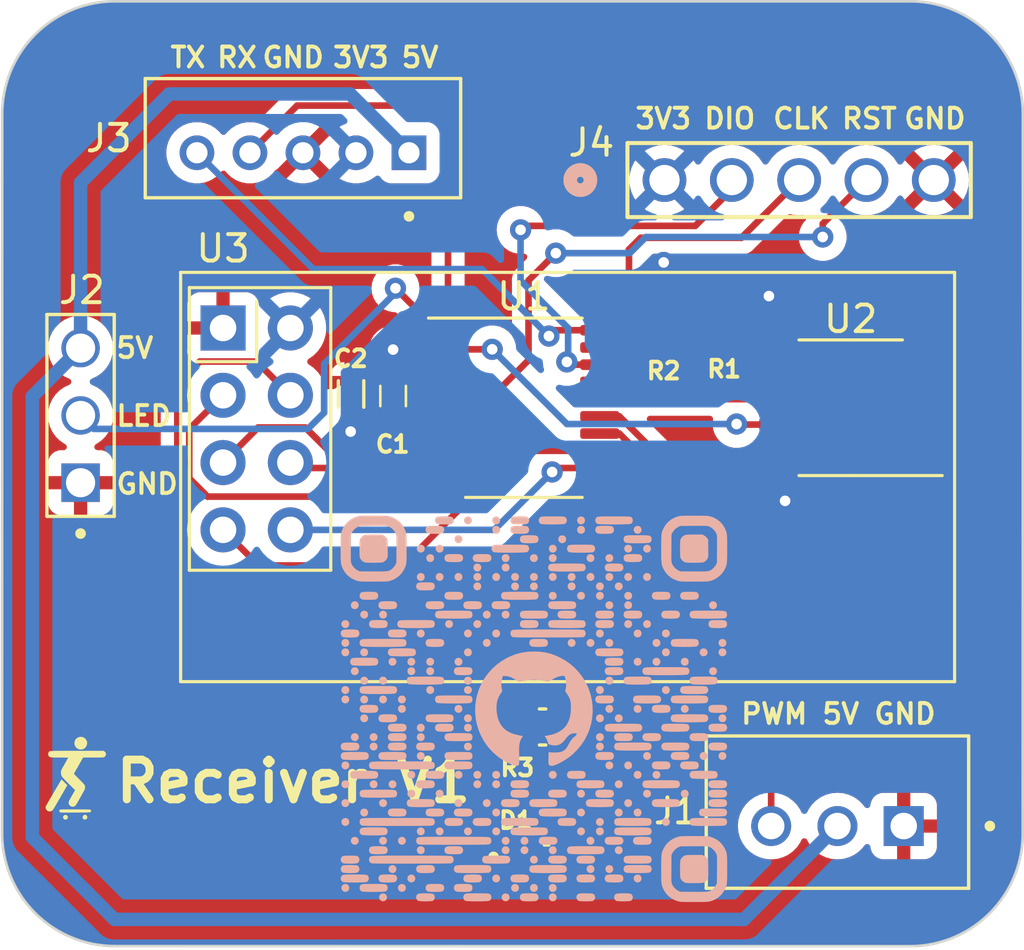
<source format=kicad_pcb>
(kicad_pcb (version 20221018) (generator pcbnew)
  (layers (0 "F.Cu" signal) (31 "B.Cu" signal) (34 "B.Paste" user) (35 "F.Paste" user) (36 "B.SilkS" user "B.Silkscreen") (37 "F.SilkS" user "F.Silkscreen") (38 "B.Mask" user) (39 "F.Mask" user) (44 "Edge.Cuts" user))
  (net 0 "")
  (net 1 "+5V")
  (net 2 "GND")
  (net 3 "/MCU/PWM_OUT")
  (net 4 "VDD")
  (net 5 "Net-(D1-PadA)")
  (net 6 "/MCU/UART1_RX")
  (net 7 "/MCU/UART1_TX")
  (net 8 "Net-(U1-PA13)")
  (net 9 "Net-(U1-PA14{slash}PA15)")
  (net 10 "Net-(U1-PF2)")
  (net 11 "/MCU/I2C_SCL")
  (net 12 "/MCU/I2C_SDA")
  (net 13 "/MCU/STATUS_LED")
  (net 14 "/MCU/WP")
  (net 16 "/MCU/SPI1_IRQ")
  (net 20 "/MCU/SK6812_OUT")
  (net 21 "/MCU/SPI1_MOSI")
  (net 22 "/MCU/SPI1_SCK")
  (net 23 "/MCU/SPI1_MISO")
  (net 24 "/MCU/SPI1_CSN")
  (net 25 "/MCU/SPI1_CE")
  (footprint "Package_SO:SOIC-8_3.9x4.9mm_P1.27mm" (layer "F.Cu") (at 177.015 128.155 180)
    (fp_text reference "U2" (at 0 3.35) (layer "F.SilkS"))
    (fp_text value "FM24CL16B")
    (pad "1" smd roundrect (at -2.475 -1.905 180) (size 1.95 0.6) (layers "F.Cu" "F.Paste" "F.Mask"))
    (pad "2" smd roundrect (at -2.475 -0.635 180) (size 1.95 0.6) (layers "F.Cu" "F.Paste" "F.Mask"))
    (pad "3" smd roundrect (at -2.475 0.635 180) (size 1.95 0.6) (layers "F.Cu" "F.Paste" "F.Mask"))
    (pad "4" smd roundrect (at -2.475 1.905 180) (size 1.95 0.6) (layers "F.Cu" "F.Paste" "F.Mask") (net 2 "GND"))
    (pad "5" smd roundrect (at 2.475 1.905 180) (size 1.95 0.6) (layers "F.Cu" "F.Paste" "F.Mask") (net 12 "/MCU/I2C_SDA"))
    (pad "6" smd roundrect (at 2.475 0.635 180) (size 1.95 0.6) (layers "F.Cu" "F.Paste" "F.Mask") (net 11 "/MCU/I2C_SCL"))
    (pad "7" smd roundrect (at 2.475 -0.635 180) (size 1.95 0.6) (layers "F.Cu" "F.Paste" "F.Mask") (net 14 "/MCU/WP"))
    (pad "8" smd roundrect (at 2.475 -1.905 180) (size 1.95 0.6) (layers "F.Cu" "F.Paste" "F.Mask") (net 4 "VDD"))
  )
  (footprint "MCU_:CONN5_0511121_WRE" (layer "F.Cu") (at 169.99 119.5602)
    (fp_text reference "J4" (at -2.76 -1.41 unlocked) (layer "F.SilkS"))
    (fp_text value "61300511121")
    (pad "1" thru_hole circle (at 0 0) (size 1.651 1.651) (drill 1.143) (layers "*.Cu" "*.Mask") (net 4 "VDD"))
    (pad "2" thru_hole circle (at 2.54 0) (size 1.651 1.651) (drill 1.143) (layers "*.Cu" "*.Mask") (net 8 "Net-(U1-PA13)"))
    (pad "3" thru_hole circle (at 5.08 0) (size 1.651 1.651) (drill 1.143) (layers "*.Cu" "*.Mask") (net 9 "Net-(U1-PA14{slash}PA15)"))
    (pad "4" thru_hole circle (at 7.62 0) (size 1.651 1.651) (drill 1.143) (layers "*.Cu" "*.Mask") (net 10 "Net-(U1-PF2)"))
    (pad "5" thru_hole circle (at 10.16 0) (size 1.651 1.651) (drill 1.143) (layers "*.Cu" "*.Mask") (net 2 "GND"))
  )
  (footprint "Package_SO:TSSOP-20_4.4x6.5mm_P0.65mm" (layer "F.Cu") (at 164.685 128.155)
    (fp_text reference "U1" (at 0 -4.2) (layer "F.SilkS"))
    (fp_text value "STM32G031F8Px")
    (pad "1" smd roundrect (at -2.8625 -2.925) (size 1.475 0.4) (layers "F.Cu" "F.Paste" "F.Mask") (net 6 "/MCU/UART1_RX"))
    (pad "2" smd roundrect (at -2.8625 -2.275) (size 1.475 0.4) (layers "F.Cu" "F.Paste" "F.Mask") (net 14 "/MCU/WP"))
    (pad "3" smd roundrect (at -2.8625 -1.625) (size 1.475 0.4) (layers "F.Cu" "F.Paste" "F.Mask") (net 20 "/MCU/SK6812_OUT"))
    (pad "4" smd roundrect (at -2.8625 -0.975) (size 1.475 0.4) (layers "F.Cu" "F.Paste" "F.Mask") (net 4 "VDD"))
    (pad "5" smd roundrect (at -2.8625 -0.325) (size 1.475 0.4) (layers "F.Cu" "F.Paste" "F.Mask") (net 2 "GND"))
    (pad "6" smd roundrect (at -2.8625 0.325) (size 1.475 0.4) (layers "F.Cu" "F.Paste" "F.Mask") (net 10 "Net-(U1-PF2)"))
    (pad "7" smd roundrect (at -2.8625 0.975) (size 1.475 0.4) (layers "F.Cu" "F.Paste" "F.Mask"))
    (pad "8" smd roundrect (at -2.8625 1.625) (size 1.475 0.4) (layers "F.Cu" "F.Paste" "F.Mask") (net 22 "/MCU/SPI1_SCK"))
    (pad "9" smd roundrect (at -2.8625 2.275) (size 1.475 0.4) (layers "F.Cu" "F.Paste" "F.Mask") (net 21 "/MCU/SPI1_MOSI"))
    (pad "10" smd roundrect (at -2.8625 2.925) (size 1.475 0.4) (layers "F.Cu" "F.Paste" "F.Mask") (net 25 "/MCU/SPI1_CE"))
    (pad "11" smd roundrect (at 2.8625 2.925) (size 1.475 0.4) (layers "F.Cu" "F.Paste" "F.Mask") (net 24 "/MCU/SPI1_CSN"))
    (pad "12" smd roundrect (at 2.8625 2.275) (size 1.475 0.4) (layers "F.Cu" "F.Paste" "F.Mask") (net 16 "/MCU/SPI1_IRQ"))
    (pad "13" smd roundrect (at 2.8625 1.625) (size 1.475 0.4) (layers "F.Cu" "F.Paste" "F.Mask") (net 23 "/MCU/SPI1_MISO"))
    (pad "14" smd roundrect (at 2.8625 0.975) (size 1.475 0.4) (layers "F.Cu" "F.Paste" "F.Mask") (net 13 "/MCU/STATUS_LED"))
    (pad "15" smd roundrect (at 2.8625 0.325) (size 1.475 0.4) (layers "F.Cu" "F.Paste" "F.Mask") (net 3 "/MCU/PWM_OUT"))
    (pad "16" smd roundrect (at 2.8625 -0.325) (size 1.475 0.4) (layers "F.Cu" "F.Paste" "F.Mask") (net 11 "/MCU/I2C_SCL"))
    (pad "17" smd roundrect (at 2.8625 -0.975) (size 1.475 0.4) (layers "F.Cu" "F.Paste" "F.Mask") (net 12 "/MCU/I2C_SDA"))
    (pad "18" smd roundrect (at 2.8625 -1.625) (size 1.475 0.4) (layers "F.Cu" "F.Paste" "F.Mask") (net 8 "Net-(U1-PA13)"))
    (pad "19" smd roundrect (at 2.8625 -2.275) (size 1.475 0.4) (layers "F.Cu" "F.Paste" "F.Mask") (net 9 "Net-(U1-PA14{slash}PA15)"))
    (pad "20" smd roundrect (at 2.8625 -2.925) (size 1.475 0.4) (layers "F.Cu" "F.Paste" "F.Mask") (net 7 "/MCU/UART1_TX"))
  )
  (footprint "MCU_:WURTH_61300311121" (layer "F.Cu") (at 147.96 128.445 90)
    (fp_text reference "J2" (at 4.73 0.05 180) (layer "F.SilkS"))
    (fp_text value "61300311121")
    (pad "01" thru_hole rect (at -2.54 0 90) (size 1.45 1.45) (drill 1.1) (layers "*.Cu" "*.Mask") (net 2 "GND"))
    (pad "02" thru_hole circle (at 0 0 90) (size 1.45 1.45) (drill 1.1) (layers "*.Cu" "*.Mask") (net 20 "/MCU/SK6812_OUT"))
    (pad "03" thru_hole circle (at 2.54 0 90) (size 1.45 1.45) (drill 1.1) (layers "*.Cu" "*.Mask") (net 1 "+5V"))
  )
  (footprint "RF_Module:nRF24L01_Breakout" (layer "F.Cu") (at 153.335 125.145)
    (fp_text reference "U3" (at 0 -3) (layer "F.SilkS"))
    (fp_text value "NRF24L01_Breakout")
    (pad "1" thru_hole rect (at 0 0) (size 1.7 1.7) (drill 1) (layers "*.Cu" "*.Mask") (net 2 "GND"))
    (pad "2" thru_hole circle (at 2.54 0) (size 1.7 1.7) (drill 1) (layers "*.Cu" "*.Mask") (net 4 "VDD"))
    (pad "3" thru_hole circle (at 0 2.54) (size 1.7 1.7) (drill 1) (layers "*.Cu" "*.Mask") (net 25 "/MCU/SPI1_CE"))
    (pad "4" thru_hole circle (at 2.54 2.54) (size 1.7 1.7) (drill 1) (layers "*.Cu" "*.Mask") (net 24 "/MCU/SPI1_CSN"))
    (pad "5" thru_hole circle (at 0 5.08) (size 1.7 1.7) (drill 1) (layers "*.Cu" "*.Mask") (net 22 "/MCU/SPI1_SCK"))
    (pad "6" thru_hole circle (at 2.54 5.08) (size 1.7 1.7) (drill 1) (layers "*.Cu" "*.Mask") (net 21 "/MCU/SPI1_MOSI"))
    (pad "7" thru_hole circle (at 0 7.62) (size 1.7 1.7) (drill 1) (layers "*.Cu" "*.Mask") (net 23 "/MCU/SPI1_MISO"))
    (pad "8" thru_hole circle (at 2.54 7.62) (size 1.7 1.7) (drill 1) (layers "*.Cu" "*.Mask") (net 16 "/MCU/SPI1_IRQ"))
  )
  (footprint "MCU_:JST_B5B-PH-K-S" (layer "F.Cu") (at 156.35 117.98)
    (fp_text reference "J3" (at -7.325 0.005) (layer "F.SilkS"))
    (fp_text value "B5B-PH-K-S")
    (pad "1" thru_hole rect (at 4 0.55) (size 1.308 1.308) (drill 0.8) (layers "*.Cu" "*.Mask") (net 1 "+5V"))
    (pad "2" thru_hole circle (at 2 0.55) (size 1.308 1.308) (drill 0.8) (layers "*.Cu" "*.Mask") (net 4 "VDD"))
    (pad "3" thru_hole circle (at 0 0.55) (size 1.308 1.308) (drill 0.8) (layers "*.Cu" "*.Mask") (net 2 "GND"))
    (pad "4" thru_hole circle (at -2 0.55) (size 1.308 1.308) (drill 0.8) (layers "*.Cu" "*.Mask") (net 6 "/MCU/UART1_RX"))
    (pad "5" thru_hole circle (at -4 0.55) (size 1.308 1.308) (drill 0.8) (layers "*.Cu" "*.Mask") (net 7 "/MCU/UART1_TX"))
  )
  (footprint "MCU_:LEDC1608X35N" (layer "F.Cu") (at 165.54 145.11)
    (fp_text reference "D1" (at -1.15268 -1.373661) (layer "F.SilkS") (effects (font (size 0.635 0.635))))
    (fp_text value "LTST-C190GKT")
    (pad "A" smd rect (at 0.81 0) (size 0.81 0.93) (layers "F.Cu" "F.Paste" "F.Mask") (net 5 "Net-(D1-PadA)"))
    (pad "C" smd rect (at -0.81 0) (size 0.81 0.93) (layers "F.Cu" "F.Paste" "F.Mask") (net 2 "GND"))
  )
  (footprint "MCU_:RESC1508X55N" (layer "F.Cu") (at 169.93 124.735 -90)
    (fp_text reference "R2" (at 2.03 -0.03 -180) (layer "F.SilkS") (effects (font (size 0.635 0.635))))
    (fp_text value "4.7k")
    (pad "1" smd rect (at -0.76 0 270) (size 0.9 0.97) (layers "F.Cu" "F.Paste" "F.Mask") (net 4 "VDD"))
    (pad "2" smd rect (at 0.76 0 270) (size 0.9 0.97) (layers "F.Cu" "F.Paste" "F.Mask") (net 12 "/MCU/I2C_SDA"))
  )
  (footprint "MCU_:RESC1508X55N" (layer "F.Cu") (at 172.17 124.665 -90)
    (fp_text reference "R1" (at 2.03 -0.07 -180) (layer "F.SilkS") (effects (font (size 0.635 0.635))))
    (fp_text value "4.7k")
    (pad "1" smd rect (at -0.76 0 270) (size 0.9 0.97) (layers "F.Cu" "F.Paste" "F.Mask") (net 4 "VDD"))
    (pad "2" smd rect (at 0.76 0 270) (size 0.9 0.97) (layers "F.Cu" "F.Paste" "F.Mask") (net 11 "/MCU/I2C_SCL"))
  )
  (footprint "MCU_:CAPC1005X55N" (layer "F.Cu") (at 158.165 127.635 90)
    (fp_text reference "C2" (at 1.331777 -0.011694 180) (layer "F.SilkS") (effects (font (size 0.635 0.635))))
    (fp_text value "100n")
    (pad "1" smd roundrect (at -0.43 0 180) (size 0.6 0.54) (layers "F.Cu" "F.Paste" "F.Mask") (roundrect_rratio 0.14) (net 4 "VDD"))
    (pad "2" smd roundrect (at 0.43 0 180) (size 0.6 0.54) (layers "F.Cu" "F.Paste" "F.Mask") (roundrect_rratio 0.14) (net 2 "GND"))
  )
  (footprint "MCU_:RESC2012X65N" (layer "F.Cu") (at 165.39 140.205)
    (fp_text reference "R3" (at -0.95 1.54) (layer "F.SilkS") (effects (font (size 0.635 0.635))))
    (fp_text value "120")
    (pad "1" smd rect (at -0.93 0) (size 0.97 1.38) (layers "F.Cu" "F.Paste" "F.Mask") (net 13 "/MCU/STATUS_LED"))
    (pad "2" smd rect (at 0.93 0) (size 0.97 1.38) (layers "F.Cu" "F.Paste" "F.Mask") (net 5 "Net-(D1-PadA)"))
  )
  (footprint "MCU_:Skate3" (layer "F.Cu") (at 147.78 142.14)
    (fp_text reference "G***" hide)
    (fp_text value "LOGO" hide)
  )
  (footprint "Power_:CAPC1608X90N" (layer "F.Cu") (at 159.7514 127.7126 -90)
    (fp_text reference "C1" (at 1.8226 0.0186 -180) (layer "F.SilkS") (effects (font (size 0.635 0.635))))
    (fp_text value "4u7")
    (pad "1" smd rect (at -0.7112 0 270) (size 0.6604 0.9398) (layers "F.Cu" "F.Paste" "F.Mask") (net 4 "VDD"))
    (pad "2" smd rect (at 0.7112 0 270) (size 0.6604 0.9398) (layers "F.Cu" "F.Paste" "F.Mask") (net 2 "GND"))
  )
  (footprint "MCU_:JST_B3B-XH-A" (layer "F.Cu") (at 176.515 143.42)
    (fp_text reference "J1" (at -6.1 -0.04) (layer "F.SilkS") (effects (font (size 0.944882 0.944882))))
    (fp_text value "B3B-XH-A")
    (pad "1" thru_hole rect (at 2.5 0.525) (size 1.508 1.508) (drill 1) (layers "*.Cu" "*.Mask") (net 2 "GND"))
    (pad "2" thru_hole circle (at 0 0.525) (size 1.508 1.508) (drill 1) (layers "*.Cu" "*.Mask") (net 1 "+5V"))
    (pad "3" thru_hole circle (at -2.5 0.525) (size 1.508 1.508) (drill 1) (layers "*.Cu" "*.Mask") (net 3 "/MCU/PWM_OUT"))
  )
  (footprint "LOGO" (layer "B.Cu") (at 165.07 139.515 180)
    (fp_text reference "G***" hide)
    (fp_text value "LOGO" hide)
  )
  (gr_arc (start 183.506301 144.223699) (mid 182.259659 147.233358) (end 179.249999 148.48) (stroke (width 0.1)) (layer "Edge.Cuts"))
  (gr_line (start 183.51 117.07) (end 183.506301 144.223699) (stroke (width 0.1)) (layer "Edge.Cuts"))
  (gr_line (start 179.249999 148.48) (end 149.256301 148.476301) (stroke (width 0.1)) (layer "Edge.Cuts"))
  (gr_arc (start 179.253699 112.813699) (mid 182.263358 114.060341) (end 183.51 117.07) (stroke (width 0.1)) (layer "Edge.Cuts"))
  (gr_line (start 145 144.22) (end 145.003699 117.07) (stroke (width 0.1)) (layer "Edge.Cuts"))
  (gr_arc (start 149.256301 148.476301) (mid 146.246642 147.229659) (end 145 144.22) (stroke (width 0.1)) (layer "Edge.Cuts"))
  (gr_line (start 149.26 112.813699) (end 179.253699 112.813699) (stroke (width 0.1)) (layer "Edge.Cuts"))
  (gr_arc (start 145.003699 117.07) (mid 146.250341 114.060341) (end 149.26 112.813699) (stroke (width 0.1)) (layer "Edge.Cuts"))
  (gr_text "5V" (at 175.863571 140.15) (layer "F.SilkS") (effects (font (size 0.75 0.75)) (justify left bottom)))
  (gr_text "GND" (at 177.82 140.15) (layer "F.SilkS") (effects (font (size 0.75 0.75)) (justify left bottom)))
  (gr_text "5V" (at 159.99 115.37) (layer "F.SilkS") (effects (font (size 0.75 0.75)) (justify left bottom)))
  (gr_text "TX" (at 151.27 115.37) (layer "F.SilkS") (effects (font (size 0.75 0.75)) (justify left bottom)))
  (gr_text "5V" (at 149.23 126.34) (layer "F.SilkS") (effects (font (size 0.75 0.75)) (justify left bottom)))
  (gr_text "Receiver V1" (at 149.15 143.136101) (layer "F.SilkS") (effects (font (size 1.5 1.5) (thickness 0.3) bold) (justify left bottom)))
  (gr_text "PWM" (at 172.8 140.15) (layer "F.SilkS") (effects (font (size 0.75 0.75)) (justify left bottom)))
  (gr_text "CLK" (at 174.004998 117.68) (layer "F.SilkS") (effects (font (size 0.75 0.75)) (justify left bottom)))
  (gr_text "LED" (at 149.23 128.905) (layer "F.SilkS") (effects (font (size 0.75 0.75)) (justify left bottom)))
  (gr_text "3V3" (at 168.81 117.68) (layer "F.SilkS") (effects (font (size 0.75 0.75)) (justify left bottom)))
  (gr_text "RX" (at 153.03 115.37) (layer "F.SilkS") (effects (font (size 0.75 0.75)) (justify left bottom)))
  (gr_text "DIO" (at 171.407499 117.68) (layer "F.SilkS") (effects (font (size 0.75 0.75)) (justify left bottom)))
  (gr_text "RST" (at 176.602497 117.68) (layer "F.SilkS") (effects (font (size 0.75 0.75)) (justify left bottom)))
  (gr_text "3V3" (at 157.4 115.37) (layer "F.SilkS") (effects (font (size 0.75 0.75)) (justify left bottom)))
  (gr_text "GND" (at 149.23 131.47) (layer "F.SilkS") (effects (font (size 0.75 0.75)) (justify left bottom)))
  (gr_text "GND" (at 178.95 117.68) (layer "F.SilkS") (effects (font (size 0.75 0.75)) (justify left bottom)))
  (gr_text "GND" (at 154.74 115.37) (layer "F.SilkS") (effects (font (size 0.75 0.75)) (justify left bottom)))
  (segment (start 158.13 116.31) (end 160.35 118.53) (width 0.508) (layer "B.Cu") (net 1))
  (segment (start 146.14 127.725) (end 146.14 144.37) (width 0.508) (layer "B.Cu") (net 1))
  (segment (start 147.96 125.905) (end 147.96 119.66) (width 0.508) (layer "B.Cu") (net 1))
  (segment (start 172.99 147.47) (end 176.515 143.945) (width 0.508) (layer "B.Cu") (net 1))
  (segment (start 151.31 116.31) (end 158.13 116.31) (width 0.508) (layer "B.Cu") (net 1))
  (segment (start 149.24 147.47) (end 172.99 147.47) (width 0.508) (layer "B.Cu") (net 1))
  (segment (start 147.96 125.905) (end 146.14 127.725) (width 0.508) (layer "B.Cu") (net 1))
  (segment (start 146.14 144.37) (end 149.24 147.47) (width 0.508) (layer "B.Cu") (net 1))
  (segment (start 147.96 119.66) (end 151.31 116.31) (width 0.508) (layer "B.Cu") (net 1))
  (segment (start 158.5326 127.205) (end 159.7514 128.4238) (width 0.25) (layer "F.Cu") (net 2))
  (segment (start 160.3452 127.83) (end 161.8225 127.83) (width 0.25) (layer "F.Cu") (net 2))
  (segment (start 159.7514 128.4238) (end 160.3452 127.83) (width 0.25) (layer "F.Cu") (net 2))
  (segment (start 158.165 127.205) (end 158.5326 127.205) (width 0.25) (layer "F.Cu") (net 2))
  (segment (start 174.015 134.21) (end 174.015 143.945) (width 0.25) (layer "F.Cu") (net 3))
  (segment (start 167.5475 128.48) (end 168.285 128.48) (width 0.25) (layer "F.Cu") (net 3))
  (segment (start 168.285 128.48) (end 174.015 134.21) (width 0.25) (layer "F.Cu") (net 3))
  (segment (start 174.54 130.06) (end 174.54 131.67) (width 0.508) (layer "F.Cu") (net 4))
  (segment (start 169.93 123.975) (end 169.93 122.7) (width 0.508) (layer "F.Cu") (net 4))
  (segment (start 172.17 123.905) (end 173.895 123.905) (width 0.508) (layer "F.Cu") (net 4))
  (segment (start 159.7514 125.9614) (end 159.75 125.96) (width 0.25) (layer "F.Cu") (net 4))
  (segment (start 159.7514 127.0014) (end 159.7514 125.9614) (width 0.25) (layer "F.Cu") (net 4))
  (segment (start 169.93 122.7) (end 169.96 122.67) (width 0.508) (layer "F.Cu") (net 4))
  (segment (start 159.7514 127.0014) (end 159.93 127.18) (width 0.25) (layer "F.Cu") (net 4))
  (segment (start 159.93 127.18) (end 161.8225 127.18) (width 0.25) (layer "F.Cu") (net 4))
  (segment (start 159.5478 127.205) (end 159.7514 127.0014) (width 0.25) (layer "F.Cu") (net 4))
  (segment (start 158.165 128.065) (end 158.165 129.0405) (width 0.25) (layer "F.Cu") (net 4))
  (segment (start 173.895 123.905) (end 173.93 123.94) (width 0.508) (layer "F.Cu") (net 4))
  (segment (start 158.165 129.0405) (end 158.15 129.0555) (width 0.25) (layer "F.Cu") (net 4))
  (via (at 173.93 123.94) (size 0.8) (drill 0.4) (layers "F.Cu" "B.Cu") (net 4))
  (via (at 158.15 129.0555) (size 0.8) (drill 0.4) (layers "F.Cu" "B.Cu") (net 4))
  (via (at 159.75 125.96) (size 0.8) (drill 0.4) (layers "F.Cu" "B.Cu") (net 4))
  (via (at 169.96 122.67) (size 0.8) (drill 0.4) (layers "F.Cu" "B.Cu") (net 4))
  (via (at 174.54 131.67) (size 0.8) (drill 0.4) (layers "F.Cu" "B.Cu") (net 4))
  (segment (start 166.32 145.08) (end 166.35 145.11) (width 0.25) (layer "F.Cu") (net 5))
  (segment (start 166.32 140.205) (end 166.32 145.08) (width 0.25) (layer "F.Cu") (net 5))
  (segment (start 154.35 118.53) (end 156.13 116.75) (width 0.25) (layer "F.Cu") (net 6))
  (segment (start 161.24 116.75) (end 161.8225 117.3325) (width 0.25) (layer "F.Cu") (net 6))
  (segment (start 154.35 118.53) (end 154.35 119.02) (width 0.25) (layer "F.Cu") (net 6))
  (segment (start 156.13 116.75) (end 161.24 116.75) (width 0.25) (layer "F.Cu") (net 6))
  (segment (start 161.8225 117.3325) (end 161.8225 125.23) (width 0.25) (layer "F.Cu") (net 6))
  (segment (start 165.63 125.45) (end 165.85 125.23) (width 0.25) (layer "F.Cu") (net 7))
  (segment (start 165.85 125.23) (end 167.5475 125.23) (width 0.25) (layer "F.Cu") (net 7))
  (via (at 165.63 125.45) (size 0.8) (drill 0.4) (layers "F.Cu" "B.Cu") (net 7))
  (segment (start 156.74 122.92) (end 163.1 122.92) (width 0.25) (layer "B.Cu") (net 7))
  (segment (start 163.1 122.92) (end 165.63 125.45) (width 0.25) (layer "B.Cu") (net 7))
  (segment (start 152.35 118.53) (end 156.74 122.92) (width 0.25) (layer "B.Cu") (net 7))
  (segment (start 172.53 119.91) (end 171.15 121.29) (width 0.25) (layer "F.Cu") (net 8))
  (segment (start 164.71 121.29) (end 164.56 121.44) (width 0.25) (layer "F.Cu") (net 8))
  (segment (start 172.53 119.5602) (end 172.53 119.91) (width 0.25) (layer "F.Cu") (net 8))
  (segment (start 166.305 126.425) (end 166.41 126.53) (width 0.25) (layer "F.Cu") (net 8))
  (segment (start 168.98 121.29) (end 164.71 121.29) (width 0.25) (layer "F.Cu") (net 8))
  (segment (start 171.15 121.29) (end 168.98 121.29) (width 0.25) (layer "F.Cu") (net 8))
  (segment (start 166.17 126.29) (end 166.305 126.425) (width 0.25) (layer "F.Cu") (net 8))
  (segment (start 166.41 126.53) (end 167.5475 126.53) (width 0.25) (layer "F.Cu") (net 8))
  (via (at 166.305 126.425) (size 0.8) (drill 0.4) (layers "F.Cu" "B.Cu") (net 8))
  (via (at 164.56 121.44) (size 0.8) (drill 0.4) (layers "F.Cu" "B.Cu") (net 8))
  (segment (start 164.56 123.354695) (end 166.355 125.149695) (width 0.25) (layer "B.Cu") (net 8))
  (segment (start 164.56 121.44) (end 164.56 123.354695) (width 0.25) (layer "B.Cu") (net 8))
  (segment (start 166.355 126.375) (end 166.305 126.425) (width 0.25) (layer "B.Cu") (net 8))
  (segment (start 166.355 125.149695) (end 166.355 126.375) (width 0.25) (layer "B.Cu") (net 8))
  (segment (start 168.65 125.515) (end 168.285 125.88) (width 0.25) (layer "F.Cu") (net 9))
  (segment (start 168.65 122.18) (end 168.65 125.515) (width 0.25) (layer "F.Cu") (net 9))
  (segment (start 175.07 119.5602) (end 172.8902 121.74) (width 0.25) (layer "F.Cu") (net 9))
  (segment (start 172.8902 121.74) (end 169.09 121.74) (width 0.25) (layer "F.Cu") (net 9))
  (segment (start 169.09 121.74) (end 168.65 122.18) (width 0.25) (layer "F.Cu") (net 9))
  (segment (start 168.285 125.88) (end 167.5475 125.88) (width 0.25) (layer "F.Cu") (net 9))
  (segment (start 165.89 122.32) (end 164.86 123.35) (width 0.25) (layer "F.Cu") (net 10))
  (segment (start 164.86 123.35) (end 164.86 126.36) (width 0.25) (layer "F.Cu") (net 10))
  (segment (start 164.86 126.36) (end 162.74 128.48) (width 0.25) (layer "F.Cu") (net 10))
  (segment (start 177.61 119.5602) (end 175.96 121.2102) (width 0.25) (layer "F.Cu") (net 10))
  (segment (start 162.74 128.48) (end 161.8225 128.48) (width 0.25) (layer "F.Cu") (net 10))
  (segment (start 175.96 121.2102) (end 175.96 121.71) (width 0.25) (layer "F.Cu") (net 10))
  (via (at 165.89 122.32) (size 0.8) (drill 0.4) (layers "F.Cu" "B.Cu") (net 10))
  (via (at 175.96 121.71) (size 0.8) (drill 0.4) (layers "F.Cu" "B.Cu") (net 10))
  (segment (start 165.89 122.32) (end 168.68 122.32) (width 0.25) (layer "B.Cu") (net 10))
  (segment (start 169.29 121.71) (end 175.96 121.71) (width 0.25) (layer "B.Cu") (net 10))
  (segment (start 168.68 122.32) (end 169.29 121.71) (width 0.25) (layer "B.Cu") (net 10))
  (segment (start 175.84 125.903248) (end 175.84 127.195) (width 0.25) (layer "F.Cu") (net 11))
  (segment (start 167.5475 127.83) (end 174.23 127.83) (width 0.25) (layer "F.Cu") (net 11))
  (segment (start 172.17 125.425) (end 175.361752 125.425) (width 0.25) (layer "F.Cu") (net 11))
  (segment (start 175.515 127.52) (end 174.54 127.52) (width 0.25) (layer "F.Cu") (net 11))
  (segment (start 174.23 127.83) (end 174.54 127.52) (width 0.25) (layer "F.Cu") (net 11))
  (segment (start 175.84 127.195) (end 175.515 127.52) (width 0.25) (layer "F.Cu") (net 11))
  (segment (start 175.361752 125.425) (end 175.84 125.903248) (width 0.25) (layer "F.Cu") (net 11))
  (segment (start 174.163248 126.25) (end 174.54 126.25) (width 0.25) (layer "F.Cu") (net 12))
  (segment (start 173.233248 127.18) (end 174.163248 126.25) (width 0.25) (layer "F.Cu") (net 12))
  (segment (start 169.93 126.76) (end 169.51 127.18) (width 0.25) (layer "F.Cu") (net 12))
  (segment (start 167.5475 127.18) (end 169.51 127.18) (width 0.25) (layer "F.Cu") (net 12))
  (segment (start 169.51 127.18) (end 173.233248 127.18) (width 0.25) (layer "F.Cu") (net 12))
  (segment (start 169.93 125.495) (end 169.93 126.76) (width 0.25) (layer "F.Cu") (net 12))
  (segment (start 168.81 135.855) (end 164.46 140.205) (width 0.25) (layer "F.Cu") (net 13))
  (segment (start 167.5475 129.13) (end 168.285 129.13) (width 0.25) (layer "F.Cu") (net 13))
  (segment (start 168.81 129.655) (end 168.81 135.855) (width 0.25) (layer "F.Cu") (net 13))
  (segment (start 168.285 129.13) (end 168.81 129.655) (width 0.25) (layer "F.Cu") (net 13))
  (segment (start 174.54 128.79) (end 172.73 128.79) (width 0.25) (layer "F.Cu") (net 14))
  (segment (start 163.49 125.95) (end 161.8925 125.95) (width 0.25) (layer "F.Cu") (net 14))
  (segment (start 172.73 128.79) (end 172.71 128.77) (width 0.25) (layer "F.Cu") (net 14))
  (segment (start 161.8925 125.95) (end 161.8225 125.88) (width 0.25) (layer "F.Cu") (net 14))
  (via (at 163.49 125.95) (size 0.8) (drill 0.4) (layers "F.Cu" "B.Cu") (net 14))
  (via (at 172.71 128.77) (size 0.8) (drill 0.4) (layers "F.Cu" "B.Cu") (net 14))
  (segment (start 172.71 128.77) (end 166.31 128.77) (width 0.25) (layer "B.Cu") (net 14))
  (segment (start 166.31 128.77) (end 163.49 125.95) (width 0.25) (layer "B.Cu") (net 14))
  (segment (start 165.9 130.43) (end 165.75 130.58) (width 0.25) (layer "F.Cu") (net 16))
  (segment (start 167.5475 130.43) (end 165.9 130.43) (width 0.25) (layer "F.Cu") (net 16))
  (via (at 165.75 130.58) (size 0.8) (drill 0.4) (layers "F.Cu" "B.Cu") (net 16))
  (segment (start 165.75 130.58) (end 163.565 132.765) (width 0.25) (layer "B.Cu") (net 16))
  (segment (start 163.565 132.765) (end 155.875 132.765) (width 0.25) (layer "B.Cu") (net 16))
  (segment (start 161.133958 126.53) (end 161.8225 126.53) (width 0.25) (layer "F.Cu") (net 20))
  (segment (start 159.84 123.6445) (end 160.6 124.4045) (width 0.25) (layer "F.Cu") (net 20))
  (segment (start 160.6 124.4045) (end 160.6 125.996042) (width 0.25) (layer "F.Cu") (net 20))
  (segment (start 160.6 125.996042) (end 161.133958 126.53) (width 0.25) (layer "F.Cu") (net 20))
  (via (at 159.84 123.6445) (size 0.8) (drill 0.4) (layers "F.Cu" "B.Cu") (net 20))
  (segment (start 159.84 123.6445) (end 159.84 123.81) (width 0.25) (layer "B.Cu") (net 20))
  (segment (start 156.535571 128.954429) (end 148.469429 128.954429) (width 0.25) (layer "B.Cu") (net 20))
  (segment (start 148.469429 128.954429) (end 147.96 128.445) (width 0.25) (layer "B.Cu") (net 20))
  (segment (start 157.15 128.34) (end 156.535571 128.954429) (width 0.25) (layer "B.Cu") (net 20))
  (segment (start 157.15 126.5) (end 157.15 128.34) (width 0.25) (layer "B.Cu") (net 20))
  (segment (start 159.84 123.81) (end 157.15 126.5) (width 0.25) (layer "B.Cu") (net 20))
  (segment (start 156.08 130.43) (end 155.875 130.225) (width 0.25) (layer "F.Cu") (net 21))
  (segment (start 161.8225 130.43) (end 156.08 130.43) (width 0.25) (layer "F.Cu") (net 21))
  (segment (start 161.8225 129.78) (end 157.32 129.78) (width 0.25) (layer "F.Cu") (net 22))
  (segment (start 157.32 129.78) (end 156.44 128.9) (width 0.25) (layer "F.Cu") (net 22))
  (segment (start 154.66 128.9) (end 153.335 130.225) (width 0.25) (layer "F.Cu") (net 22))
  (segment (start 156.44 128.9) (end 154.66 128.9) (width 0.25) (layer "F.Cu") (net 22))
  (segment (start 160.131042 134.11) (end 154.68 134.11) (width 0.25) (layer "F.Cu") (net 23))
  (segment (start 154.68 134.11) (end 153.335 132.765) (width 0.25) (layer "F.Cu") (net 23))
  (segment (start 164.461042 129.78) (end 160.131042 134.11) (width 0.25) (layer "F.Cu") (net 23))
  (segment (start 167.5475 129.78) (end 164.461042 129.78) (width 0.25) (layer "F.Cu") (net 23))
  (segment (start 151.61 133.15) (end 151.61 127.26) (width 0.25) (layer "F.Cu") (net 24))
  (segment (start 164.0675 134.56) (end 153.02 134.56) (width 0.25) (layer "F.Cu") (net 24))
  (segment (start 153.02 134.56) (end 151.61 133.15) (width 0.25) (layer "F.Cu") (net 24))
  (segment (start 151.61 127.26) (end 152.46 126.41) (width 0.25) (layer "F.Cu") (net 24))
  (segment (start 167.5475 131.08) (end 164.0675 134.56) (width 0.25) (layer "F.Cu") (net 24))
  (segment (start 152.46 126.41) (end 154.6 126.41) (width 0.25) (layer "F.Cu") (net 24))
  (segment (start 154.6 126.41) (end 155.875 127.685) (width 0.25) (layer "F.Cu") (net 24))
  (segment (start 161.8225 131.08) (end 161.3925 131.51) (width 0.25) (layer "F.Cu") (net 25))
  (segment (start 161.3925 131.51) (end 152.75 131.51) (width 0.25) (layer "F.Cu") (net 25))
  (segment (start 152.75 131.51) (end 152.06 130.82) (width 0.25) (layer "F.Cu") (net 25))
  (segment (start 152.06 130.82) (end 152.06 128.96) (width 0.25) (layer "F.Cu") (net 25))
  (segment (start 152.06 128.96) (end 153.335 127.685) (width 0.25) (layer "F.Cu") (net 25))
  (zone (net 2) (net_name "GND") (layer "F.Cu") (connect_pads (clearance 0.5)) (min_thickness 0.25) (fill yes (thermal_gap 0.5) (thermal_bridge_width 0.5))
    (polygon (pts (xy 144.92 148.52) (xy 183.44 148.52) (xy 183.46 148.5) (xy 183.46 112.88) (xy 183.42 112.84) (xy 144.92 112.84)))
  )
  (zone (net 4) (net_name "VDD") (layer "B.Cu") (connect_pads (clearance 0.5)) (min_thickness 0.25) (fill yes (thermal_gap 0.5) (thermal_bridge_width 0.5))
    (polygon (pts (xy 144.94 148.53) (xy 183.46 148.53) (xy 183.48 148.51) (xy 183.48 112.89) (xy 183.44 112.85) (xy 144.94 112.85)))
  )
)
</source>
